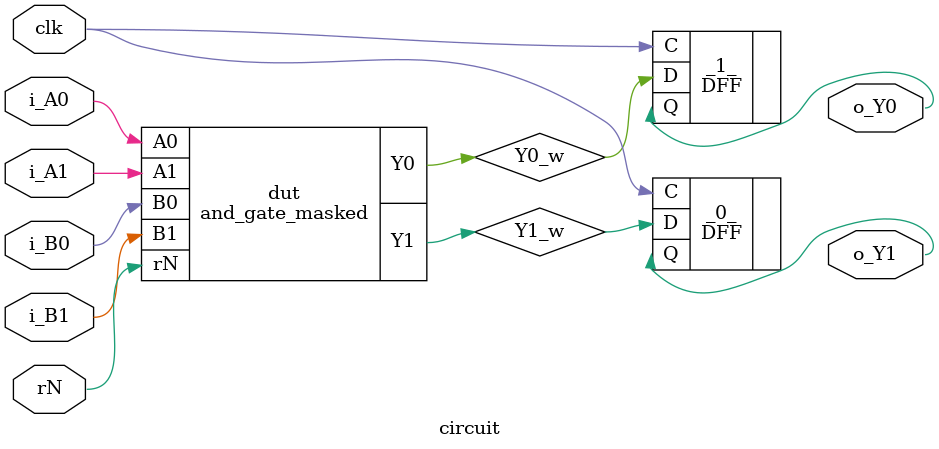
<source format=v>
/* Generated by Yosys 0.9 (git sha1 1979e0b) */

module and_gate_masked(A0, A1, B0, B1, rN, Y0, Y1);
  wire _0_;
  wire _1_;
  input A0;
  input A1;
  input B0;
  input B1;
  output Y0;
  output Y1;
  wire p00;
  wire p01;
  wire p10;
  wire p11;
  input rN;
  assign p00 = A0 & B0;
  assign p01 = A0 & B1;
  assign p10 = A1 & B0;
  assign p11 = A1 & B1;
  assign _0_ = p00 ^ p01;
  assign Y0 = _0_ ^ rN;
  assign _1_ = p11 ^ p10;
  assign Y1 = _1_ ^ rN;
endmodule

module circuit(clk, i_A0, i_A1, i_B0, i_B1, rN, o_Y0, o_Y1);
  wire Y0_w;
  wire Y1_w;
  input clk;
  input i_A0;
  input i_A1;
  input i_B0;
  input i_B1;
  output o_Y0;
  output o_Y1;
  input rN;
  DFF _0_ (
    .C(clk),
    .D(Y1_w),
    .Q(o_Y1)
  );
  DFF _1_ (
    .C(clk),
    .D(Y0_w),
    .Q(o_Y0)
  );
  and_gate_masked dut (
    .A0(i_A0),
    .A1(i_A1),
    .B0(i_B0),
    .B1(i_B1),
    .Y0(Y0_w),
    .Y1(Y1_w),
    .rN(rN)
  );
endmodule

</source>
